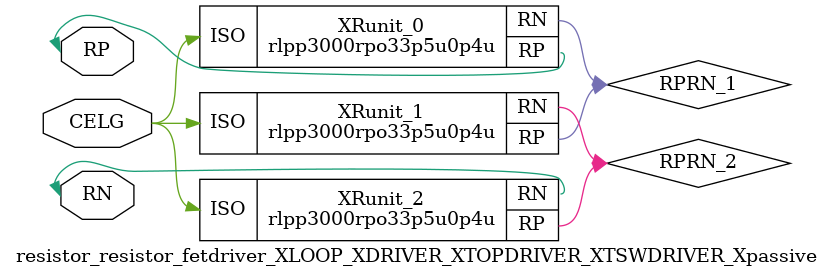
<source format=v>

module rlpp3000rpo33p5u0p4u (RP, RN, ISO);
inout RP;
inout RN;
input ISO;
endmodule

//Celera Confidential Do Not Copy resistor_resistor_fetdriver_XLOOP_XDRIVER_XTOPDRIVER_XTSWDRIVER_Xpassive
//Celera Confidential Symbol Generator
//RESISTOR:1000.00KOhm TYPE:poly DFT:no
module resistor_resistor_fetdriver_XLOOP_XDRIVER_XTOPDRIVER_XTSWDRIVER_Xpassive (RP,
CELG,
RN);
inout RP;
inout RN;
input CELG;

//Celera Confidential Do Not Copy Runit
rlpp3000rpo33p5u0p4u XRunit_0(
.RP (RP),
.RN (RPRN_1),
.ISO (CELG)
);
rlpp3000rpo33p5u0p4u XRunit_1(
.RP (RPRN_1),
.RN (RPRN_2),
.ISO (CELG)
);
rlpp3000rpo33p5u0p4u XRunit_2(
.RP (RPRN_2),
.RN (RN),
.ISO (CELG)
);

//Celera Confidential Do Not Copy //DieSize,rlpp3000rpo33p5u0p4u

//Die Size Calculator rlpp3000rpo33p5u0p4u
//,diesize,rlpp3000rpo33p5u0p4u,3

//Celera Confidential Do Not Copy Module End
//Celera Schematic Generator
endmodule

</source>
